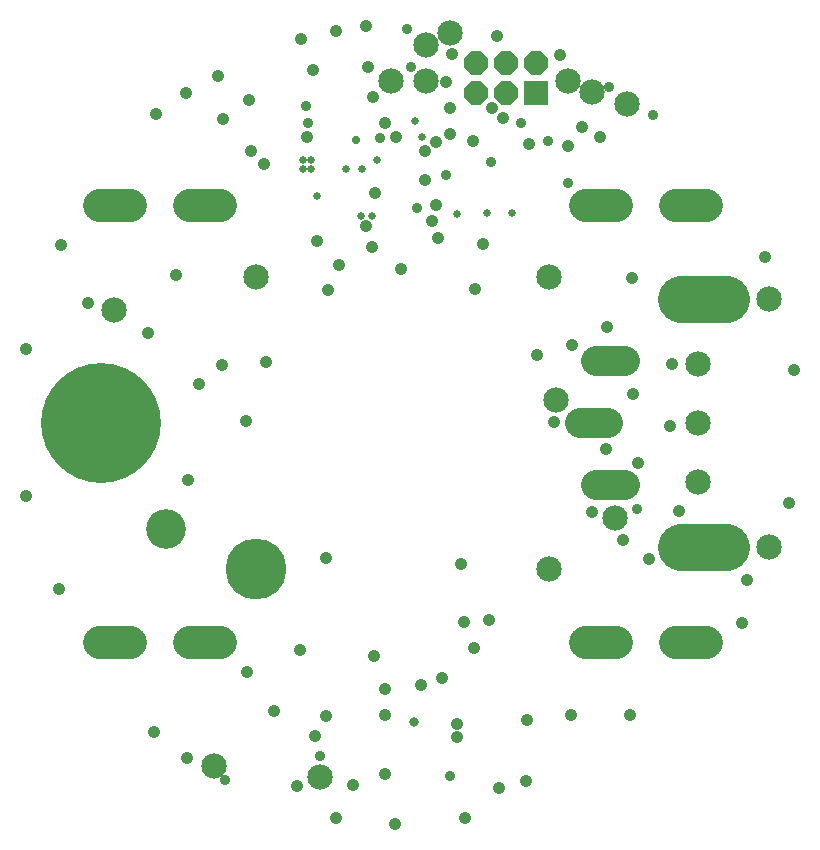
<source format=gbs>
G75*
%MOIN*%
%OFA0B0*%
%FSLAX24Y24*%
%IPPOS*%
%LPD*%
%AMOC8*
5,1,8,0,0,1.08239X$1,22.5*
%
%ADD10C,0.1320*%
%ADD11C,0.3997*%
%ADD12C,0.1005*%
%ADD13C,0.1562*%
%ADD14R,0.0800X0.0800*%
%ADD15OC8,0.0800*%
%ADD16C,0.1110*%
%ADD17C,0.0847*%
%ADD18C,0.2029*%
%ADD19C,0.0357*%
%ADD20C,0.0414*%
%ADD21C,0.0260*%
%ADD22C,0.0278*%
%ADD23C,0.0317*%
D10*
X006086Y010416D03*
D11*
X003920Y013960D03*
D12*
X019865Y013960D02*
X020810Y013960D01*
X020420Y016026D02*
X021365Y016026D01*
X021365Y011893D02*
X020420Y011893D01*
D13*
X023248Y009826D02*
X024750Y009826D01*
X024750Y018093D02*
X023248Y018093D01*
D14*
X018424Y024956D03*
D15*
X018424Y025956D03*
X017424Y025956D03*
X016424Y025956D03*
X016424Y024956D03*
X017424Y024956D03*
D16*
X020035Y021243D02*
X021085Y021243D01*
X023035Y021243D02*
X024085Y021243D01*
X024085Y006676D02*
X023035Y006676D01*
X021085Y006676D02*
X020035Y006676D01*
X007885Y006676D02*
X006835Y006676D01*
X004885Y006676D02*
X003835Y006676D01*
X003835Y021243D02*
X004885Y021243D01*
X006835Y021243D02*
X007885Y021243D01*
D17*
X009090Y018830D03*
X004353Y017739D03*
X013566Y025377D03*
X014747Y025377D03*
X014747Y026558D03*
X015534Y026952D03*
X019471Y025377D03*
X020259Y024983D03*
X021440Y024589D03*
X018830Y018830D03*
X019078Y014747D03*
X021046Y010810D03*
X018830Y009090D03*
X023802Y011991D03*
X023802Y013960D03*
X023802Y015928D03*
X026164Y018093D03*
X026164Y009826D03*
X011204Y002149D03*
X007660Y002542D03*
D18*
X009090Y009090D03*
D19*
X011204Y002877D03*
X008054Y002070D03*
X015534Y002188D03*
X021759Y011109D03*
X014432Y021125D03*
X015416Y022227D03*
X016912Y022680D03*
X017924Y023975D03*
X018802Y023349D03*
X019471Y021952D03*
X022306Y024215D03*
X020849Y025160D03*
X014247Y025830D03*
X014117Y027089D03*
X010731Y024515D03*
X010802Y023956D03*
X013215Y023463D03*
D20*
X005692Y003664D03*
X006790Y002802D03*
X009668Y004353D03*
X008763Y005652D03*
X010554Y006400D03*
X011420Y004188D03*
X011030Y003542D03*
X010456Y001873D03*
X011755Y000798D03*
X012306Y001912D03*
X013369Y002267D03*
X013723Y000613D03*
X016058Y000782D03*
X017168Y001794D03*
X018074Y002030D03*
X018113Y004078D03*
X019570Y004235D03*
X021538Y004235D03*
X025278Y007306D03*
X025436Y008743D03*
X026853Y011282D03*
X023164Y011015D03*
X022188Y009432D03*
X021322Y010062D03*
X020274Y010987D03*
X021814Y012621D03*
X020751Y013093D03*
X018999Y014007D03*
X018428Y016243D03*
X019605Y016562D03*
X020790Y017149D03*
X021617Y018802D03*
X022936Y015928D03*
X021656Y014944D03*
X022865Y013853D03*
X027011Y015731D03*
X026026Y019511D03*
X020534Y023487D03*
X019944Y023818D03*
X019471Y023211D03*
X018172Y023251D03*
X017306Y024117D03*
X016928Y024448D03*
X016322Y023349D03*
X015534Y023586D03*
X015062Y023330D03*
X014708Y023015D03*
X014708Y022070D03*
X015064Y021241D03*
X014944Y020692D03*
X015141Y020121D03*
X013920Y019097D03*
X012956Y019826D03*
X012739Y020534D03*
X013054Y021617D03*
X013731Y023487D03*
X013369Y023960D03*
X012971Y024830D03*
X012818Y025818D03*
X011731Y027019D03*
X012747Y027204D03*
X010991Y025719D03*
X010578Y026751D03*
X008834Y024747D03*
X007989Y024111D03*
X008924Y023015D03*
X009353Y022582D03*
X010771Y023487D03*
X007802Y025530D03*
X006755Y024963D03*
X005731Y024255D03*
X002582Y019885D03*
X003487Y017956D03*
X005475Y016952D03*
X007168Y015259D03*
X007956Y015889D03*
X009393Y015987D03*
X008743Y014038D03*
X006794Y012070D03*
X011420Y009471D03*
X013011Y006184D03*
X013369Y005101D03*
X013369Y004235D03*
X014589Y005235D03*
X015278Y005475D03*
X016341Y006479D03*
X016007Y007345D03*
X016834Y007385D03*
X015908Y009274D03*
X015790Y003920D03*
X015771Y003487D03*
X002503Y008428D03*
X001400Y011538D03*
X001400Y016420D03*
X006420Y018881D03*
X011105Y020023D03*
X011853Y019235D03*
X011479Y018389D03*
X016361Y018428D03*
X016637Y019924D03*
X015534Y024452D03*
X015416Y025318D03*
X015613Y026263D03*
X017109Y026853D03*
X019196Y026223D03*
D21*
X014609Y023487D03*
X014373Y024038D03*
X013113Y022739D03*
X012601Y022424D03*
X012089Y022424D03*
X011105Y021519D03*
X010913Y022444D03*
X010908Y022719D03*
X010633Y022719D03*
X010633Y022444D03*
X012562Y020849D03*
X012956Y020849D03*
X015790Y020928D03*
X016774Y020967D03*
X017601Y020967D03*
D22*
X012424Y023408D03*
D23*
X014334Y003999D03*
M02*

</source>
